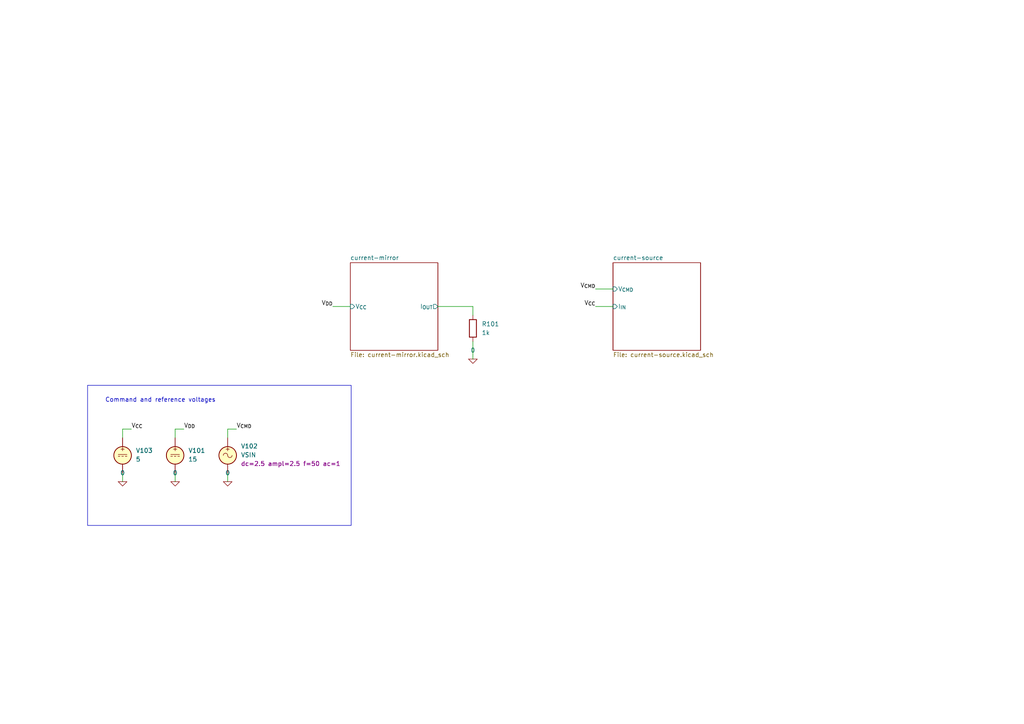
<source format=kicad_sch>
(kicad_sch (version 20231120) (generator "eeschema") (generator_version "8.0")
  (paper "A4")
  (lib_symbols
    (symbol "Device:R" (pin_numbers hide) (pin_names (offset 0))
      (property "Reference" "R" (at 2.032 0 90))
      (property "Value" "R" (at 0 0 90))
      (symbol "R_0_1"
        (rectangle (start -1.016 -2.54) (end 1.016 2.54) (stroke (width 0.254)))
      )
      (symbol "R_1_1"
        (pin passive line (at 0 3.81 270) (length 1.27) (name "~") (number "1"))
        (pin passive line (at 0 -3.81 90) (length 1.27) (name "~") (number "2"))
      )
    )
    (symbol "Simulation_SPICE:0" (power) (pin_numbers hide) (pin_names (offset 0) hide)
      (property "Value" "0" (at 0 -2.54 0))
      (symbol "0_0_1"
        (polyline (pts (xy -1.27 0) (xy 0 -1.27) (xy 1.27 0) (xy -1.27 0)))
      )
      (symbol "0_1_1"
        (pin power_in line (at 0 0 0) (length 0) (name "~") (number "1"))
      )
    )
    (symbol "Simulation_SPICE:VDC" (pin_numbers hide) (pin_names (offset 0.0254))
      (property "Reference" "V" (at 2.54 2.54 0))
      (property "Value" "1" (at 2.54 0 0))
      (symbol "VDC_0_0"
        (polyline (pts (xy -1.27 0.254) (xy 1.27 0.254)))
        (polyline (pts (xy -0.762 -0.254) (xy -1.27 -0.254)))
        (polyline (pts (xy 0.254 -0.254) (xy -0.254 -0.254)))
        (polyline (pts (xy 1.27 -0.254) (xy 0.762 -0.254)))
        (text "+" (at 0 1.905 0) (effects (font (size 1.27 1.27))))
      )
      (symbol "VDC_0_1"
        (circle (center 0 0) (radius 2.54) (stroke (width 0.254)) (fill (type background)))
      )
      (symbol "VDC_1_1"
        (pin passive line (at 0 5.08 270) (length 2.54) (name "~") (number "1"))
        (pin passive line (at 0 -5.08 90) (length 2.54) (name "~") (number "2"))
      )
    )
    (symbol "Simulation_SPICE:VSIN" (pin_numbers hide) (pin_names (offset 0.0254))
      (property "Reference" "V" (at 2.54 2.54 0))
      (property "Value" "VSIN" (at 2.54 0 0))
      (property "Sim.Params" "dc=0 ampl=1 f=1k ac=1" (at 2.54 -2.54 0))
      (symbol "VSIN_0_0"
        (arc (start 0 0) (mid -0.635 0.6323) (end -1.27 0))
        (arc (start 0 0) (mid 0.635 -0.6323) (end 1.27 0))
        (text "+" (at 0 1.905 0) (effects (font (size 1.27 1.27))))
      )
      (symbol "VSIN_0_1"
        (circle (center 0 0) (radius 2.54) (stroke (width 0.254)) (fill (type background)))
      )
      (symbol "VSIN_1_1"
        (pin passive line (at 0 5.08 270) (length 2.54) (name "~") (number "1"))
        (pin passive line (at 0 -5.08 90) (length 2.54) (name "~") (number "2"))
      )
    )
  )
  (wire (pts (xy 35.56 124.46) (xy 38.1 124.46)))
  (wire (pts (xy 137.16 99.06) (xy 137.16 104.14)))
  (wire (pts (xy 127 88.9) (xy 137.16 88.9)))
  (wire (pts (xy 35.56 137.16) (xy 35.56 139.7)))
  (wire (pts (xy 66.04 124.46) (xy 68.58 124.46)))
  (wire (pts (xy 137.16 88.9) (xy 137.16 91.44)))
  (wire (pts (xy 66.04 127) (xy 66.04 124.46)))
  (wire (pts (xy 50.8 137.16) (xy 50.8 139.7)))
  (wire (pts (xy 172.72 83.82) (xy 177.8 83.82)))
  (wire (pts (xy 50.8 124.46) (xy 53.34 124.46)))
  (wire (pts (xy 35.56 127) (xy 35.56 124.46)))
  (wire (pts (xy 66.04 137.16) (xy 66.04 139.7)))
  (wire (pts (xy 172.72 88.9) (xy 177.8 88.9)))
  (wire (pts (xy 96.52 88.9) (xy 101.6 88.9)))
  (wire (pts (xy 50.8 127) (xy 50.8 124.46)))
  (rectangle (start 25.4 111.76) (end 101.854 152.4))
  (text "Command and reference voltages" (at 30.48 116.84 0) (effects (font (size 1.25 1.25)) (justify left bottom)))
  (label "V_{DD}" (at 96.52 88.9 180) (effects (font (size 1.25 1.25))))
  (label "V_{DD}" (at 53.34 124.46 0) (effects (font (size 1.25 1.25))))
  (label "V_{CMD}" (at 68.58 124.46 0) (effects (font (size 1.25 1.25))))
  (label "V_{CMD}" (at 172.72 83.82 180) (effects (font (size 1.25 1.25))))
  (label "V_{CC}" (at 172.72 88.9 180) (effects (font (size 1.25 1.25))))
  (label "V_{CC}" (at 38.1 124.46 0) (effects (font (size 1.25 1.25))))
  (symbol (lib_id "Simulation_SPICE:0") (at 66.04 139.7 0) (unit 1)
    (property "Reference" "#GND0103" (effects (hide yes)))
    (property "Value" "0" (at 66.04 137.16 0))
    (property "Datasheet" "https://ngspice.sourceforge.io/docs/ngspice-html-manual/manual.xhtml#subsec_Circuit_elements__device" (effects (hide yes)))
    (property "Description" "0V reference potential for simulation" (effects (hide yes)))
  )
  (symbol (lib_id "Simulation_SPICE:0") (at 50.8 139.7 0) (unit 1)
    (property "Reference" "#GND0102" (effects (hide yes)))
    (property "Value" "0" (at 50.8 137.16 0))
    (property "Datasheet" "https://ngspice.sourceforge.io/docs/ngspice-html-manual/manual.xhtml#subsec_Circuit_elements__device" (effects (hide yes)))
    (property "Description" "0V reference potential for simulation" (effects (hide yes)))
  )
  (symbol (lib_id "Simulation_SPICE:0") (at 137.16 104.14 0) (unit 1)
    (property "Reference" "#GND0101" (effects (hide yes)))
    (property "Value" "0" (at 137.16 101.6 0))
    (property "Datasheet" "https://ngspice.sourceforge.io/docs/ngspice-html-manual/manual.xhtml#subsec_Circuit_elements__device" (effects (hide yes)))
    (property "Description" "0V reference potential for simulation" (effects (hide yes)))
  )
  (symbol (lib_id "Simulation_SPICE:VDC") (at 35.56 132.08 0) (unit 1)
    (property "Reference" "V103" (at 39.37 130.6801 0) (effects (justify left)))
    (property "Value" "5" (at 39.37 133.2202 0) (effects (font (size 1.25 1.25)) (justify left)))
    (property "Datasheet" "https://ngspice.sourceforge.io/docs/ngspice-html-manual/manual.xhtml#sec_Independent_Sources_for" (effects (hide yes)))
    (property "Description" "Voltage source, DC" (effects (hide yes)))
    (property "Sim.Pins" "1=+ 2=-" (effects (hide yes)))
    (property "Sim.Type" "DC" (effects (hide yes)))
    (property "Sim.Device" "V" (effects (hide yes)))
  )
  (symbol (lib_id "Simulation_SPICE:VSIN") (at 66.04 132.08 0) (unit 1)
    (property "Reference" "V102" (at 69.85 129.4101 0) (effects (justify left)))
    (property "Value" "VSIN" (at 69.85 131.9501 0) (effects (justify left)))
    (property "Datasheet" "https://ngspice.sourceforge.io/docs/ngspice-html-manual/manual.xhtml#sec_Independent_Sources_for" (effects (hide yes)))
    (property "Description" "Voltage source, sinusoidal" (effects (hide yes)))
    (property "Sim.Pins" "1=+ 2=-" (effects (hide yes)))
    (property "Sim.Params" "dc=2.5 ampl=2.5 f=50 ac=1" (at 69.85 134.4901 0) (effects (justify left)))
    (property "Sim.Type" "SIN" (effects (hide yes)))
    (property "Sim.Device" "V" (effects (hide yes)))
  )
  (symbol (lib_id "Simulation_SPICE:VDC") (at 50.8 132.08 0) (unit 1)
    (property "Reference" "V101" (at 54.61 130.6801 0) (effects (justify left)))
    (property "Value" "15" (at 54.61 133.2202 0) (effects (font (size 1.25 1.25)) (justify left)))
    (property "Datasheet" "https://ngspice.sourceforge.io/docs/ngspice-html-manual/manual.xhtml#sec_Independent_Sources_for" (effects (hide yes)))
    (property "Description" "Voltage source, DC" (effects (hide yes)))
    (property "Sim.Pins" "1=+ 2=-" (effects (hide yes)))
    (property "Sim.Type" "DC" (effects (hide yes)))
    (property "Sim.Device" "V" (effects (hide yes)))
  )
  (symbol (lib_id "Device:R") (at 137.16 95.25 0) (unit 1)
    (property "Reference" "R101" (at 139.7 93.9799 0) (effects (justify left)))
    (property "Value" "1k" (at 139.7 96.52 0) (effects (font (size 1.25 1.25)) (justify left)))
    (property "Description" "Resistor" (effects (hide yes)))
  )
  (symbol (lib_id "Simulation_SPICE:0") (at 35.56 139.7 0) (unit 1)
    (property "Reference" "#GND0104" (effects (hide yes)))
    (property "Value" "0" (at 35.56 137.16 0))
    (property "Datasheet" "https://ngspice.sourceforge.io/docs/ngspice-html-manual/manual.xhtml#subsec_Circuit_elements__device" (effects (hide yes)))
    (property "Description" "0V reference potential for simulation" (effects (hide yes)))
  )
  (sheet (at 177.8 76.2) (size 25.4 25.4) (stroke (width 0.1524))
    (property "Sheetname" "current-source" (at 177.8 75.4984 0) (effects (font (size 1.25 1.25)) (justify left bottom)))
    (property "Sheetfile" "current-source.kicad_sch" (at 177.8 102.1766 0) (effects (font (size 1.25 1.25)) (justify left top)))
    (pin "I_{IN}" input (at 177.8 88.9 180))
    (pin "V_{CMD}" input (at 177.8 83.82 180))
  )
  (sheet (at 101.6 76.2) (size 25.4 25.4) (stroke (width 0.1524))
    (property "Sheetname" "current-mirror" (at 101.6 75.4984 0) (effects (font (size 1.25 1.25)) (justify left bottom)))
    (property "Sheetfile" "current-mirror.kicad_sch" (at 101.6 102.1766 0) (effects (font (size 1.25 1.25)) (justify left top)))
    (pin "V_{CC}" input (at 101.6 88.9 180))
    (pin "I_{OUT}" output (at 127 88.9 0))
  )
)
</source>
